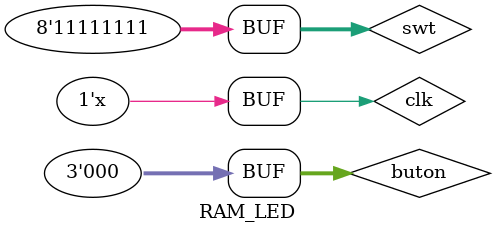
<source format=v>
`timescale 1ns / 1ps

module RAM_LED();

reg clk;
wire [7:0] led;
reg [2:0] buton;
reg [7:0] swt;
    
LED_with_RAM LR1(
	.clk(clk),
	.btn(buton),
	.swtch(swt),
	.LED(led)
);

    always #5 clk = ~clk;

initial begin
    clk = 0; buton = 3'b000;
    #20
    buton = 3'b001; swt = 8'b00000001;
    #20
    buton = 3'b010; swt = 8'b11111111;
    #20
    buton = 3'b100;
    #20
    buton = 3'b000;
    
    clk = 0; buton = 3'b000;
    #20
    buton = 3'b001; swt = 8'b00001001;
    #20
    buton = 3'b010; swt = 8'b11111111;
    #20
    buton = 3'b100;
    #20
    buton = 3'b000;
end

endmodule

</source>
